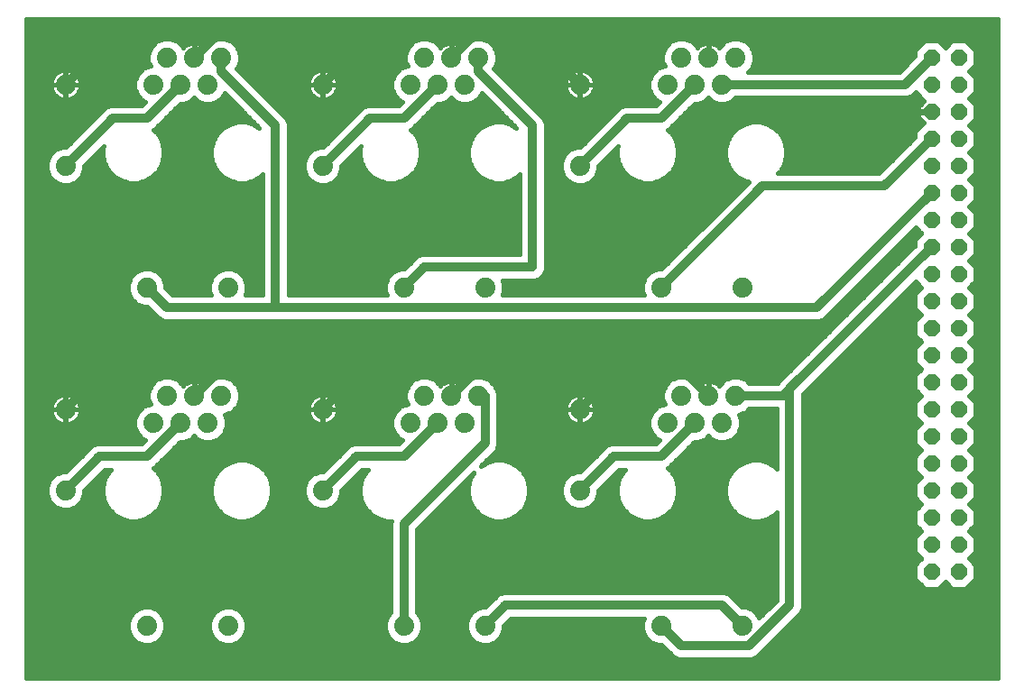
<source format=gbl>
G75*
%MOIN*%
%OFA0B0*%
%FSLAX24Y24*%
%IPPOS*%
%LPD*%
%AMOC8*
5,1,8,0,0,1.08239X$1,22.5*
%
%ADD10C,0.0740*%
%ADD11OC8,0.0600*%
%ADD12C,0.0320*%
%ADD13C,0.0160*%
D10*
X006470Y004600D03*
X009470Y004600D03*
X012970Y009600D03*
X016220Y012100D03*
X017220Y012100D03*
X018220Y012100D03*
X017720Y013100D03*
X016720Y013100D03*
X018720Y013100D03*
X022470Y012600D03*
X025720Y012100D03*
X026720Y012100D03*
X027720Y012100D03*
X027220Y013100D03*
X026220Y013100D03*
X028220Y013100D03*
X028470Y017100D03*
X025470Y017100D03*
X022470Y021600D03*
X022470Y024600D03*
X025720Y024600D03*
X026720Y024600D03*
X027720Y024600D03*
X027220Y025600D03*
X026220Y025600D03*
X028220Y025600D03*
X018720Y025600D03*
X017720Y025600D03*
X016720Y025600D03*
X016220Y024600D03*
X017220Y024600D03*
X018220Y024600D03*
X012970Y024600D03*
X012970Y021600D03*
X008720Y024600D03*
X007720Y024600D03*
X006720Y024600D03*
X007220Y025600D03*
X008220Y025600D03*
X009220Y025600D03*
X003470Y024600D03*
X003470Y021600D03*
X006470Y017100D03*
X009470Y017100D03*
X009220Y013100D03*
X008220Y013100D03*
X007220Y013100D03*
X006720Y012100D03*
X007720Y012100D03*
X008720Y012100D03*
X012970Y012600D03*
X015970Y017100D03*
X018970Y017100D03*
X022470Y009600D03*
X025470Y004600D03*
X028470Y004600D03*
X018970Y004600D03*
X015970Y004600D03*
X003470Y009600D03*
X003470Y012600D03*
D11*
X035470Y012600D03*
X035470Y011600D03*
X035470Y010600D03*
X035470Y009600D03*
X035470Y008600D03*
X036470Y008600D03*
X036470Y009600D03*
X036470Y010600D03*
X036470Y011600D03*
X036470Y012600D03*
X036470Y013600D03*
X035470Y013600D03*
X035470Y014600D03*
X035470Y015600D03*
X035470Y016600D03*
X035470Y017600D03*
X035470Y018600D03*
X035470Y019600D03*
X035470Y020600D03*
X036470Y020600D03*
X036470Y019600D03*
X036470Y018600D03*
X036470Y017600D03*
X036470Y016600D03*
X036470Y015600D03*
X036470Y014600D03*
X036470Y021600D03*
X035470Y021600D03*
X035470Y022600D03*
X035470Y023600D03*
X035470Y024600D03*
X035470Y025600D03*
X036470Y025600D03*
X036470Y024600D03*
X036470Y023600D03*
X036470Y022600D03*
X036470Y007600D03*
X035470Y007600D03*
X035470Y006600D03*
X036470Y006600D03*
D12*
X030220Y005350D02*
X030220Y013350D01*
X035470Y018600D01*
X035470Y020600D02*
X031220Y016350D01*
X011220Y016350D01*
X011220Y023100D01*
X009220Y025100D01*
X009220Y025600D01*
X008970Y026350D02*
X005220Y026350D01*
X003470Y024600D01*
X005220Y023350D02*
X003470Y021600D01*
X005220Y023350D02*
X006470Y023350D01*
X007720Y024600D01*
X008220Y025600D02*
X008970Y026350D01*
X014720Y026350D01*
X018470Y026350D01*
X017720Y025600D01*
X018720Y025600D02*
X018720Y025100D01*
X020720Y023100D01*
X020720Y017850D01*
X016720Y017850D01*
X015970Y017100D01*
X014220Y013850D02*
X018470Y013850D01*
X023720Y013850D01*
X026470Y013850D01*
X027220Y013100D01*
X028220Y013100D02*
X029970Y013100D01*
X030220Y013350D01*
X026720Y012100D02*
X025470Y010850D01*
X023720Y010850D01*
X022470Y009600D01*
X022470Y012600D02*
X023720Y013850D01*
X025470Y017100D02*
X029220Y020850D01*
X033720Y020850D01*
X035470Y022600D01*
X034470Y024600D02*
X027720Y024600D01*
X026720Y024600D02*
X025470Y023350D01*
X024220Y023350D01*
X022470Y021600D01*
X022470Y024600D02*
X020720Y026350D01*
X018470Y026350D01*
X017220Y024600D02*
X015970Y023350D01*
X014720Y023350D01*
X012970Y021600D01*
X012970Y024600D02*
X014720Y026350D01*
X006470Y017100D02*
X007220Y016350D01*
X011220Y016350D01*
X008970Y013850D02*
X014220Y013850D01*
X012970Y012600D01*
X014220Y010850D02*
X012970Y009600D01*
X014220Y010850D02*
X015970Y010850D01*
X017220Y012100D01*
X017720Y013100D02*
X018470Y013850D01*
X018720Y013100D02*
X018970Y013100D01*
X018970Y011350D01*
X015970Y008350D01*
X015970Y004600D01*
X018970Y004600D02*
X019720Y005350D01*
X027720Y005350D01*
X028470Y004600D01*
X028720Y003850D02*
X030220Y005350D01*
X028720Y003850D02*
X026220Y003850D01*
X025470Y004600D01*
X008970Y013850D02*
X004720Y013850D01*
X003470Y012600D01*
X004720Y010850D02*
X003470Y009600D01*
X004720Y010850D02*
X006470Y010850D01*
X007720Y012100D01*
X008220Y013100D02*
X008970Y013850D01*
X034470Y024600D02*
X035470Y025600D01*
D13*
X037910Y002660D02*
X002030Y002660D01*
X002030Y027040D01*
X037910Y027040D01*
X037910Y002660D01*
X037910Y002795D02*
X002030Y002795D01*
X002030Y002953D02*
X037910Y002953D01*
X037910Y003112D02*
X002030Y003112D01*
X002030Y003270D02*
X037910Y003270D01*
X037910Y003429D02*
X028957Y003429D01*
X028992Y003443D02*
X028816Y003370D01*
X026125Y003370D01*
X025948Y003443D01*
X025813Y003578D01*
X025481Y003910D01*
X025333Y003910D01*
X025079Y004015D01*
X024885Y004209D01*
X024780Y004463D01*
X024780Y004737D01*
X024835Y004870D01*
X019919Y004870D01*
X019660Y004611D01*
X019660Y004463D01*
X019555Y004209D01*
X019361Y004015D01*
X019107Y003910D01*
X018833Y003910D01*
X018579Y004015D01*
X018385Y004209D01*
X018280Y004463D01*
X018280Y004737D01*
X018385Y004991D01*
X018579Y005185D01*
X018833Y005290D01*
X018981Y005290D01*
X019448Y005757D01*
X019625Y005830D01*
X027816Y005830D01*
X027992Y005757D01*
X028127Y005622D01*
X028459Y005290D01*
X028607Y005290D01*
X028861Y005185D01*
X029055Y004991D01*
X029092Y004901D01*
X029740Y005549D01*
X029740Y008786D01*
X029658Y008704D01*
X029402Y008556D01*
X029118Y008480D01*
X028823Y008480D01*
X028538Y008556D01*
X028282Y008704D01*
X028074Y008912D01*
X027926Y009168D01*
X027850Y009453D01*
X027850Y009747D01*
X027926Y010032D01*
X028074Y010288D01*
X028282Y010496D01*
X028538Y010644D01*
X028823Y010720D01*
X029118Y010720D01*
X029402Y010644D01*
X029658Y010496D01*
X029740Y010414D01*
X029740Y012620D01*
X028716Y012620D01*
X028611Y012515D01*
X028357Y012410D01*
X028339Y012410D01*
X028410Y012237D01*
X028410Y011963D01*
X028305Y011709D01*
X028111Y011515D01*
X027857Y011410D01*
X027583Y011410D01*
X027329Y011515D01*
X027220Y011624D01*
X027111Y011515D01*
X026857Y011410D01*
X026709Y011410D01*
X025877Y010578D01*
X025742Y010443D01*
X025720Y010434D01*
X025866Y010288D01*
X026014Y010032D01*
X026090Y009747D01*
X026090Y009453D01*
X026014Y009168D01*
X025866Y008912D01*
X025658Y008704D01*
X025402Y008556D01*
X025118Y008480D01*
X024823Y008480D01*
X024538Y008556D01*
X024282Y008704D01*
X024074Y008912D01*
X023926Y009168D01*
X023850Y009453D01*
X023850Y009747D01*
X023926Y010032D01*
X024074Y010288D01*
X024156Y010370D01*
X023919Y010370D01*
X023160Y009611D01*
X023160Y009463D01*
X023055Y009209D01*
X022861Y009015D01*
X022607Y008910D01*
X022333Y008910D01*
X022079Y009015D01*
X021885Y009209D01*
X021780Y009463D01*
X021780Y009737D01*
X021885Y009991D01*
X022079Y010185D01*
X022333Y010290D01*
X022481Y010290D01*
X023448Y011257D01*
X023625Y011330D01*
X025271Y011330D01*
X025419Y011478D01*
X025329Y011515D01*
X025135Y011709D01*
X025030Y011963D01*
X025030Y012237D01*
X025135Y012491D01*
X025329Y012685D01*
X025583Y012790D01*
X025602Y012790D01*
X025530Y012963D01*
X025530Y013237D01*
X025635Y013491D01*
X025829Y013685D01*
X026083Y013790D01*
X026357Y013790D01*
X026611Y013685D01*
X026805Y013491D01*
X026813Y013471D01*
X026862Y013520D01*
X026932Y013570D01*
X027009Y013610D01*
X027091Y013636D01*
X027177Y013650D01*
X027200Y013650D01*
X027200Y013120D01*
X027240Y013120D01*
X027240Y013650D01*
X027263Y013650D01*
X027349Y013636D01*
X027431Y013610D01*
X027508Y013570D01*
X027578Y013520D01*
X027627Y013471D01*
X027635Y013491D01*
X027829Y013685D01*
X028083Y013790D01*
X028357Y013790D01*
X028611Y013685D01*
X028716Y013580D01*
X029771Y013580D01*
X029813Y013622D01*
X029948Y013757D01*
X029948Y013757D01*
X034850Y018659D01*
X034850Y018857D01*
X035093Y019100D01*
X034871Y019322D01*
X031627Y016078D01*
X031492Y015943D01*
X031316Y015870D01*
X007125Y015870D01*
X006948Y015943D01*
X006481Y016410D01*
X006333Y016410D01*
X006079Y016515D01*
X005885Y016709D01*
X005780Y016963D01*
X005780Y017237D01*
X005885Y017491D01*
X006079Y017685D01*
X006333Y017790D01*
X006607Y017790D01*
X006861Y017685D01*
X007055Y017491D01*
X007160Y017237D01*
X007160Y017089D01*
X007419Y016830D01*
X008835Y016830D01*
X008780Y016963D01*
X008780Y017237D01*
X008885Y017491D01*
X009079Y017685D01*
X009333Y017790D01*
X009607Y017790D01*
X009861Y017685D01*
X010055Y017491D01*
X010160Y017237D01*
X010160Y016963D01*
X010105Y016830D01*
X010740Y016830D01*
X010740Y021286D01*
X010658Y021204D01*
X010402Y021056D01*
X010118Y020980D01*
X009823Y020980D01*
X009538Y021056D01*
X009282Y021204D01*
X009074Y021412D01*
X008926Y021668D01*
X008850Y021953D01*
X008850Y022247D01*
X008926Y022532D01*
X009074Y022788D01*
X009282Y022996D01*
X009538Y023144D01*
X009823Y023220D01*
X010118Y023220D01*
X010402Y023144D01*
X010628Y023014D01*
X009342Y024299D01*
X009305Y024209D01*
X009111Y024015D01*
X008857Y023910D01*
X008583Y023910D01*
X008329Y024015D01*
X008220Y024124D01*
X008111Y024015D01*
X007857Y023910D01*
X007709Y023910D01*
X006877Y023078D01*
X006742Y022943D01*
X006720Y022934D01*
X006866Y022788D01*
X007014Y022532D01*
X007090Y022247D01*
X007090Y021953D01*
X007014Y021668D01*
X006866Y021412D01*
X006658Y021204D01*
X006402Y021056D01*
X006118Y020980D01*
X005823Y020980D01*
X005538Y021056D01*
X005282Y021204D01*
X005074Y021412D01*
X004926Y021668D01*
X004850Y021953D01*
X004850Y022247D01*
X004870Y022321D01*
X004160Y021611D01*
X004160Y021463D01*
X004055Y021209D01*
X003861Y021015D01*
X003607Y020910D01*
X003333Y020910D01*
X003079Y021015D01*
X002885Y021209D01*
X002780Y021463D01*
X002780Y021737D01*
X002885Y021991D01*
X003079Y022185D01*
X003333Y022290D01*
X003481Y022290D01*
X004948Y023757D01*
X005125Y023830D01*
X006271Y023830D01*
X006419Y023978D01*
X006329Y024015D01*
X006135Y024209D01*
X006030Y024463D01*
X006030Y024737D01*
X006135Y024991D01*
X006329Y025185D01*
X006583Y025290D01*
X006602Y025290D01*
X006530Y025463D01*
X006530Y025737D01*
X006635Y025991D01*
X006829Y026185D01*
X007083Y026290D01*
X007357Y026290D01*
X007611Y026185D01*
X007805Y025991D01*
X007813Y025971D01*
X007862Y026020D01*
X007932Y026070D01*
X008009Y026110D01*
X008091Y026136D01*
X008177Y026150D01*
X008200Y026150D01*
X008200Y025620D01*
X008240Y025620D01*
X008240Y026150D01*
X008263Y026150D01*
X008349Y026136D01*
X008431Y026110D01*
X008508Y026070D01*
X008578Y026020D01*
X008627Y025971D01*
X008635Y025991D01*
X008829Y026185D01*
X009083Y026290D01*
X009357Y026290D01*
X009611Y026185D01*
X009805Y025991D01*
X009910Y025737D01*
X009910Y025463D01*
X009805Y025209D01*
X009797Y025202D01*
X011492Y023507D01*
X011627Y023372D01*
X011700Y023195D01*
X011700Y016830D01*
X015335Y016830D01*
X015280Y016963D01*
X015280Y017237D01*
X015385Y017491D01*
X015579Y017685D01*
X015833Y017790D01*
X015981Y017790D01*
X016448Y018257D01*
X016625Y018330D01*
X020240Y018330D01*
X020240Y021286D01*
X020158Y021204D01*
X019902Y021056D01*
X019618Y020980D01*
X019323Y020980D01*
X019038Y021056D01*
X018782Y021204D01*
X018574Y021412D01*
X018426Y021668D01*
X018350Y021953D01*
X018350Y022247D01*
X018426Y022532D01*
X018574Y022788D01*
X018782Y022996D01*
X019038Y023144D01*
X019323Y023220D01*
X019618Y023220D01*
X019902Y023144D01*
X020128Y023014D01*
X018842Y024299D01*
X018805Y024209D01*
X018611Y024015D01*
X018357Y023910D01*
X018083Y023910D01*
X017829Y024015D01*
X017720Y024124D01*
X017611Y024015D01*
X017357Y023910D01*
X017209Y023910D01*
X016377Y023078D01*
X016242Y022943D01*
X016220Y022934D01*
X016366Y022788D01*
X016514Y022532D01*
X016590Y022247D01*
X016590Y021953D01*
X016514Y021668D01*
X016366Y021412D01*
X016158Y021204D01*
X015902Y021056D01*
X015618Y020980D01*
X015323Y020980D01*
X015038Y021056D01*
X014782Y021204D01*
X014574Y021412D01*
X014426Y021668D01*
X014350Y021953D01*
X014350Y022247D01*
X014370Y022321D01*
X013660Y021611D01*
X013660Y021463D01*
X013555Y021209D01*
X013361Y021015D01*
X013107Y020910D01*
X012833Y020910D01*
X012579Y021015D01*
X012385Y021209D01*
X012280Y021463D01*
X012280Y021737D01*
X012385Y021991D01*
X012579Y022185D01*
X012833Y022290D01*
X012981Y022290D01*
X014448Y023757D01*
X014625Y023830D01*
X015771Y023830D01*
X015919Y023978D01*
X015829Y024015D01*
X015635Y024209D01*
X015530Y024463D01*
X015530Y024737D01*
X015635Y024991D01*
X015829Y025185D01*
X016083Y025290D01*
X016102Y025290D01*
X016030Y025463D01*
X016030Y025737D01*
X016135Y025991D01*
X016329Y026185D01*
X016583Y026290D01*
X016857Y026290D01*
X017111Y026185D01*
X017305Y025991D01*
X017313Y025971D01*
X017362Y026020D01*
X017432Y026070D01*
X017509Y026110D01*
X017591Y026136D01*
X017677Y026150D01*
X017700Y026150D01*
X017700Y025620D01*
X017740Y025620D01*
X017740Y026150D01*
X017763Y026150D01*
X017849Y026136D01*
X017931Y026110D01*
X018008Y026070D01*
X018078Y026020D01*
X018127Y025971D01*
X018135Y025991D01*
X018329Y026185D01*
X018583Y026290D01*
X018857Y026290D01*
X019111Y026185D01*
X019305Y025991D01*
X019410Y025737D01*
X019410Y025463D01*
X019305Y025209D01*
X019297Y025202D01*
X020992Y023507D01*
X021127Y023372D01*
X021200Y023195D01*
X021200Y017755D01*
X021127Y017578D01*
X020992Y017443D01*
X020816Y017370D01*
X019605Y017370D01*
X019660Y017237D01*
X019660Y016963D01*
X019605Y016830D01*
X024835Y016830D01*
X024780Y016963D01*
X024780Y017237D01*
X024885Y017491D01*
X025079Y017685D01*
X025333Y017790D01*
X025481Y017790D01*
X028703Y021012D01*
X028538Y021056D01*
X028282Y021204D01*
X028074Y021412D01*
X027926Y021668D01*
X027850Y021953D01*
X027850Y022247D01*
X027926Y022532D01*
X028074Y022788D01*
X028282Y022996D01*
X028538Y023144D01*
X028823Y023220D01*
X029118Y023220D01*
X029402Y023144D01*
X029658Y022996D01*
X029866Y022788D01*
X030014Y022532D01*
X030090Y022247D01*
X030090Y021953D01*
X030014Y021668D01*
X029866Y021412D01*
X029784Y021330D01*
X033521Y021330D01*
X034850Y022659D01*
X034850Y022857D01*
X035192Y023199D01*
X034990Y023401D01*
X034990Y023580D01*
X035450Y023580D01*
X035450Y023620D01*
X034990Y023620D01*
X034990Y023799D01*
X035192Y024001D01*
X034871Y024322D01*
X034742Y024193D01*
X034566Y024120D01*
X028216Y024120D01*
X028111Y024015D01*
X027857Y023910D01*
X027583Y023910D01*
X027329Y024015D01*
X027220Y024124D01*
X027111Y024015D01*
X026857Y023910D01*
X026709Y023910D01*
X025877Y023078D01*
X025742Y022943D01*
X025720Y022934D01*
X025866Y022788D01*
X026014Y022532D01*
X026090Y022247D01*
X026090Y021953D01*
X026014Y021668D01*
X025866Y021412D01*
X025658Y021204D01*
X025402Y021056D01*
X025118Y020980D01*
X024823Y020980D01*
X024538Y021056D01*
X024282Y021204D01*
X024074Y021412D01*
X023926Y021668D01*
X023850Y021953D01*
X023850Y022247D01*
X023870Y022321D01*
X023160Y021611D01*
X023160Y021463D01*
X023055Y021209D01*
X022861Y021015D01*
X022607Y020910D01*
X022333Y020910D01*
X022079Y021015D01*
X021885Y021209D01*
X021780Y021463D01*
X021780Y021737D01*
X021885Y021991D01*
X022079Y022185D01*
X022333Y022290D01*
X022481Y022290D01*
X023948Y023757D01*
X024125Y023830D01*
X025271Y023830D01*
X025419Y023978D01*
X025329Y024015D01*
X025135Y024209D01*
X025030Y024463D01*
X025030Y024737D01*
X025135Y024991D01*
X025329Y025185D01*
X025583Y025290D01*
X025602Y025290D01*
X025530Y025463D01*
X025530Y025737D01*
X025635Y025991D01*
X025829Y026185D01*
X026083Y026290D01*
X026357Y026290D01*
X026611Y026185D01*
X026805Y025991D01*
X026813Y025971D01*
X026862Y026020D01*
X026932Y026070D01*
X027009Y026110D01*
X027091Y026136D01*
X027177Y026150D01*
X027200Y026150D01*
X027200Y025620D01*
X027240Y025620D01*
X027240Y026150D01*
X027263Y026150D01*
X027349Y026136D01*
X027431Y026110D01*
X027508Y026070D01*
X027578Y026020D01*
X027627Y025971D01*
X027635Y025991D01*
X027829Y026185D01*
X028083Y026290D01*
X028357Y026290D01*
X028611Y026185D01*
X028805Y025991D01*
X028910Y025737D01*
X028910Y025463D01*
X028805Y025209D01*
X028676Y025080D01*
X034271Y025080D01*
X034850Y025659D01*
X034850Y025857D01*
X035213Y026220D01*
X035727Y026220D01*
X035970Y025977D01*
X036213Y026220D01*
X036727Y026220D01*
X037090Y025857D01*
X037090Y025343D01*
X036847Y025100D01*
X037090Y024857D01*
X037090Y024343D01*
X036847Y024100D01*
X037090Y023857D01*
X037090Y023343D01*
X036847Y023100D01*
X037090Y022857D01*
X037090Y022343D01*
X036847Y022100D01*
X037090Y021857D01*
X037090Y021343D01*
X036847Y021100D01*
X037090Y020857D01*
X037090Y020343D01*
X036847Y020100D01*
X037090Y019857D01*
X037090Y019343D01*
X036847Y019100D01*
X037090Y018857D01*
X037090Y018343D01*
X036847Y018100D01*
X037090Y017857D01*
X037090Y017343D01*
X036847Y017100D01*
X037090Y016857D01*
X037090Y016343D01*
X036847Y016100D01*
X037090Y015857D01*
X037090Y015343D01*
X036847Y015100D01*
X037090Y014857D01*
X037090Y014343D01*
X036847Y014100D01*
X037090Y013857D01*
X037090Y013343D01*
X036847Y013100D01*
X037090Y012857D01*
X037090Y012343D01*
X036847Y012100D01*
X037090Y011857D01*
X037090Y011343D01*
X036847Y011100D01*
X037090Y010857D01*
X037090Y010343D01*
X036847Y010100D01*
X037090Y009857D01*
X037090Y009343D01*
X036847Y009100D01*
X037090Y008857D01*
X037090Y008343D01*
X036847Y008100D01*
X037090Y007857D01*
X037090Y007343D01*
X036847Y007100D01*
X037090Y006857D01*
X037090Y006343D01*
X036727Y005980D01*
X036213Y005980D01*
X035970Y006223D01*
X035727Y005980D01*
X035213Y005980D01*
X034850Y006343D01*
X034850Y006857D01*
X035093Y007100D01*
X034850Y007343D01*
X034850Y007857D01*
X035093Y008100D01*
X034850Y008343D01*
X034850Y008857D01*
X035093Y009100D01*
X034850Y009343D01*
X034850Y009857D01*
X035093Y010100D01*
X034850Y010343D01*
X034850Y010857D01*
X035093Y011100D01*
X034850Y011343D01*
X034850Y011857D01*
X035093Y012100D01*
X034850Y012343D01*
X034850Y012857D01*
X035093Y013100D01*
X034850Y013343D01*
X034850Y013857D01*
X035093Y014100D01*
X034850Y014343D01*
X034850Y014857D01*
X035093Y015100D01*
X034850Y015343D01*
X034850Y015857D01*
X035093Y016100D01*
X034850Y016343D01*
X034850Y016857D01*
X035093Y017100D01*
X034871Y017322D01*
X030700Y013151D01*
X030700Y005255D01*
X030627Y005078D01*
X030492Y004943D01*
X028992Y003443D01*
X029136Y003587D02*
X037910Y003587D01*
X037910Y003746D02*
X029294Y003746D01*
X029453Y003904D02*
X037910Y003904D01*
X037910Y004063D02*
X029611Y004063D01*
X029770Y004221D02*
X037910Y004221D01*
X037910Y004380D02*
X029928Y004380D01*
X030087Y004538D02*
X037910Y004538D01*
X037910Y004697D02*
X030245Y004697D01*
X030404Y004855D02*
X037910Y004855D01*
X037910Y005014D02*
X030562Y005014D01*
X030666Y005172D02*
X037910Y005172D01*
X037910Y005331D02*
X030700Y005331D01*
X030700Y005489D02*
X037910Y005489D01*
X037910Y005648D02*
X030700Y005648D01*
X030700Y005806D02*
X037910Y005806D01*
X037910Y005965D02*
X030700Y005965D01*
X030700Y006123D02*
X035070Y006123D01*
X034912Y006282D02*
X030700Y006282D01*
X030700Y006440D02*
X034850Y006440D01*
X034850Y006599D02*
X030700Y006599D01*
X030700Y006757D02*
X034850Y006757D01*
X034909Y006916D02*
X030700Y006916D01*
X030700Y007074D02*
X035067Y007074D01*
X034961Y007233D02*
X030700Y007233D01*
X030700Y007391D02*
X034850Y007391D01*
X034850Y007550D02*
X030700Y007550D01*
X030700Y007708D02*
X034850Y007708D01*
X034860Y007867D02*
X030700Y007867D01*
X030700Y008025D02*
X035018Y008025D01*
X035010Y008184D02*
X030700Y008184D01*
X030700Y008342D02*
X034851Y008342D01*
X034850Y008501D02*
X030700Y008501D01*
X030700Y008659D02*
X034850Y008659D01*
X034850Y008818D02*
X030700Y008818D01*
X030700Y008976D02*
X034969Y008976D01*
X035059Y009135D02*
X030700Y009135D01*
X030700Y009293D02*
X034900Y009293D01*
X034850Y009452D02*
X030700Y009452D01*
X030700Y009610D02*
X034850Y009610D01*
X034850Y009769D02*
X030700Y009769D01*
X030700Y009927D02*
X034920Y009927D01*
X035079Y010086D02*
X030700Y010086D01*
X030700Y010244D02*
X034949Y010244D01*
X034850Y010403D02*
X030700Y010403D01*
X030700Y010561D02*
X034850Y010561D01*
X034850Y010720D02*
X030700Y010720D01*
X030700Y010878D02*
X034871Y010878D01*
X035030Y011037D02*
X030700Y011037D01*
X030700Y011195D02*
X034998Y011195D01*
X034850Y011354D02*
X030700Y011354D01*
X030700Y011512D02*
X034850Y011512D01*
X034850Y011671D02*
X030700Y011671D01*
X030700Y011829D02*
X034850Y011829D01*
X034981Y011988D02*
X030700Y011988D01*
X030700Y012146D02*
X035047Y012146D01*
X034889Y012305D02*
X030700Y012305D01*
X030700Y012463D02*
X034850Y012463D01*
X034850Y012622D02*
X030700Y012622D01*
X030700Y012780D02*
X034850Y012780D01*
X034932Y012939D02*
X030700Y012939D01*
X030700Y013097D02*
X035090Y013097D01*
X034938Y013256D02*
X030804Y013256D01*
X030963Y013414D02*
X034850Y013414D01*
X034850Y013573D02*
X031121Y013573D01*
X031280Y013731D02*
X034850Y013731D01*
X034883Y013890D02*
X031438Y013890D01*
X031597Y014048D02*
X035041Y014048D01*
X034987Y014207D02*
X031755Y014207D01*
X031914Y014365D02*
X034850Y014365D01*
X034850Y014524D02*
X032072Y014524D01*
X032231Y014682D02*
X034850Y014682D01*
X034850Y014841D02*
X032389Y014841D01*
X032548Y014999D02*
X034992Y014999D01*
X035036Y015158D02*
X032706Y015158D01*
X032865Y015316D02*
X034877Y015316D01*
X034850Y015475D02*
X033023Y015475D01*
X033182Y015633D02*
X034850Y015633D01*
X034850Y015792D02*
X033340Y015792D01*
X033499Y015950D02*
X034943Y015950D01*
X035085Y016109D02*
X033657Y016109D01*
X033816Y016267D02*
X034926Y016267D01*
X034850Y016426D02*
X033974Y016426D01*
X034133Y016584D02*
X034850Y016584D01*
X034850Y016743D02*
X034291Y016743D01*
X034450Y016901D02*
X034894Y016901D01*
X035053Y017060D02*
X034608Y017060D01*
X034767Y017218D02*
X034975Y017218D01*
X034202Y018011D02*
X033559Y018011D01*
X033718Y018169D02*
X034360Y018169D01*
X034519Y018328D02*
X033876Y018328D01*
X034035Y018486D02*
X034677Y018486D01*
X034836Y018645D02*
X034193Y018645D01*
X034352Y018803D02*
X034850Y018803D01*
X034955Y018962D02*
X034510Y018962D01*
X034669Y019120D02*
X035073Y019120D01*
X034915Y019279D02*
X034827Y019279D01*
X034043Y017852D02*
X033401Y017852D01*
X033242Y017694D02*
X033885Y017694D01*
X033726Y017535D02*
X033084Y017535D01*
X032925Y017377D02*
X033568Y017377D01*
X033409Y017218D02*
X032767Y017218D01*
X032608Y017060D02*
X033251Y017060D01*
X033092Y016901D02*
X032450Y016901D01*
X032291Y016743D02*
X032934Y016743D01*
X032775Y016584D02*
X032133Y016584D01*
X031974Y016426D02*
X032617Y016426D01*
X032458Y016267D02*
X031816Y016267D01*
X031657Y016109D02*
X032300Y016109D01*
X032141Y015950D02*
X031499Y015950D01*
X031824Y015633D02*
X002030Y015633D01*
X002030Y015475D02*
X031666Y015475D01*
X031507Y015316D02*
X002030Y015316D01*
X002030Y015158D02*
X031349Y015158D01*
X031190Y014999D02*
X002030Y014999D01*
X002030Y014841D02*
X031032Y014841D01*
X030873Y014682D02*
X002030Y014682D01*
X002030Y014524D02*
X030715Y014524D01*
X030556Y014365D02*
X002030Y014365D01*
X002030Y014207D02*
X030398Y014207D01*
X030239Y014048D02*
X002030Y014048D01*
X002030Y013890D02*
X030081Y013890D01*
X029922Y013731D02*
X028500Y013731D01*
X027940Y013731D02*
X026500Y013731D01*
X026723Y013573D02*
X026936Y013573D01*
X027200Y013573D02*
X027240Y013573D01*
X027240Y013414D02*
X027200Y013414D01*
X027200Y013256D02*
X027240Y013256D01*
X027504Y013573D02*
X027717Y013573D01*
X028485Y012463D02*
X029740Y012463D01*
X029740Y012305D02*
X028382Y012305D01*
X028410Y012146D02*
X029740Y012146D01*
X029740Y011988D02*
X028410Y011988D01*
X028355Y011829D02*
X029740Y011829D01*
X029740Y011671D02*
X028266Y011671D01*
X028104Y011512D02*
X029740Y011512D01*
X029740Y011354D02*
X026652Y011354D01*
X026494Y011195D02*
X029740Y011195D01*
X029740Y011037D02*
X026335Y011037D01*
X026177Y010878D02*
X029740Y010878D01*
X029740Y010720D02*
X029119Y010720D01*
X028821Y010720D02*
X026018Y010720D01*
X025860Y010561D02*
X028395Y010561D01*
X028189Y010403D02*
X025751Y010403D01*
X025892Y010244D02*
X028049Y010244D01*
X027957Y010086D02*
X025983Y010086D01*
X026042Y009927D02*
X027898Y009927D01*
X027856Y009769D02*
X026084Y009769D01*
X026090Y009610D02*
X027850Y009610D01*
X027850Y009452D02*
X026090Y009452D01*
X026047Y009293D02*
X027893Y009293D01*
X027946Y009135D02*
X025995Y009135D01*
X025903Y008976D02*
X028037Y008976D01*
X028169Y008818D02*
X025772Y008818D01*
X025580Y008659D02*
X028360Y008659D01*
X028746Y008501D02*
X025194Y008501D01*
X024746Y008501D02*
X019694Y008501D01*
X019618Y008480D02*
X019323Y008480D01*
X019038Y008556D01*
X018782Y008704D01*
X018574Y008912D01*
X018426Y009168D01*
X018350Y009453D01*
X018350Y009747D01*
X018426Y010032D01*
X018556Y010258D01*
X016450Y008151D01*
X016450Y005096D01*
X016555Y004991D01*
X016660Y004737D01*
X016660Y004463D01*
X016555Y004209D01*
X016361Y004015D01*
X016107Y003910D01*
X015833Y003910D01*
X015579Y004015D01*
X015385Y004209D01*
X015280Y004463D01*
X015280Y004737D01*
X015385Y004991D01*
X015490Y005096D01*
X015490Y008445D01*
X015504Y008480D01*
X015323Y008480D01*
X015038Y008556D01*
X014782Y008704D01*
X014574Y008912D01*
X014426Y009168D01*
X014350Y009453D01*
X014350Y009747D01*
X014426Y010032D01*
X014574Y010288D01*
X014656Y010370D01*
X014419Y010370D01*
X013660Y009611D01*
X013660Y009463D01*
X013555Y009209D01*
X013361Y009015D01*
X013107Y008910D01*
X012833Y008910D01*
X012579Y009015D01*
X012385Y009209D01*
X012280Y009463D01*
X012280Y009737D01*
X012385Y009991D01*
X012579Y010185D01*
X012833Y010290D01*
X012981Y010290D01*
X013813Y011122D01*
X013948Y011257D01*
X014125Y011330D01*
X015771Y011330D01*
X015919Y011478D01*
X015829Y011515D01*
X015635Y011709D01*
X015530Y011963D01*
X015530Y012237D01*
X015635Y012491D01*
X015829Y012685D01*
X016083Y012790D01*
X016102Y012790D01*
X016030Y012963D01*
X016030Y013237D01*
X016135Y013491D01*
X016329Y013685D01*
X016583Y013790D01*
X016857Y013790D01*
X017111Y013685D01*
X017305Y013491D01*
X017313Y013471D01*
X017362Y013520D01*
X017432Y013570D01*
X017509Y013610D01*
X017591Y013636D01*
X017677Y013650D01*
X017700Y013650D01*
X017700Y013120D01*
X017740Y013120D01*
X017740Y013650D01*
X017763Y013650D01*
X017849Y013636D01*
X017931Y013610D01*
X018008Y013570D01*
X018078Y013520D01*
X018127Y013471D01*
X018135Y013491D01*
X018329Y013685D01*
X018583Y013790D01*
X018857Y013790D01*
X019111Y013685D01*
X019305Y013491D01*
X019338Y013411D01*
X019377Y013372D01*
X019450Y013195D01*
X019450Y011255D01*
X019377Y011078D01*
X019242Y010943D01*
X018813Y010514D01*
X019038Y010644D01*
X019323Y010720D01*
X019618Y010720D01*
X019902Y010644D01*
X020158Y010496D01*
X020366Y010288D01*
X020514Y010032D01*
X020590Y009747D01*
X020590Y009453D01*
X020514Y009168D01*
X020366Y008912D01*
X020158Y008704D01*
X019902Y008556D01*
X019618Y008480D01*
X019246Y008501D02*
X016799Y008501D01*
X016958Y008659D02*
X018860Y008659D01*
X018669Y008818D02*
X017116Y008818D01*
X017275Y008976D02*
X018537Y008976D01*
X018446Y009135D02*
X017433Y009135D01*
X017592Y009293D02*
X018393Y009293D01*
X018350Y009452D02*
X017750Y009452D01*
X017909Y009610D02*
X018350Y009610D01*
X018356Y009769D02*
X018067Y009769D01*
X018226Y009927D02*
X018398Y009927D01*
X018384Y010086D02*
X018457Y010086D01*
X018543Y010244D02*
X018549Y010244D01*
X018860Y010561D02*
X018895Y010561D01*
X019018Y010720D02*
X019321Y010720D01*
X019177Y010878D02*
X023069Y010878D01*
X022911Y010720D02*
X019619Y010720D01*
X019335Y011037D02*
X023228Y011037D01*
X023386Y011195D02*
X019425Y011195D01*
X019450Y011354D02*
X025295Y011354D01*
X025337Y011512D02*
X019450Y011512D01*
X019450Y011671D02*
X025174Y011671D01*
X025085Y011829D02*
X019450Y011829D01*
X019450Y011988D02*
X025030Y011988D01*
X025030Y012146D02*
X022781Y012146D01*
X022758Y012130D02*
X022681Y012090D01*
X022599Y012064D01*
X022513Y012050D01*
X022479Y012050D01*
X022479Y012591D01*
X022461Y012591D01*
X022461Y012609D01*
X022479Y012609D01*
X022479Y013150D01*
X022513Y013150D01*
X022599Y013136D01*
X022681Y013110D01*
X022758Y013070D01*
X022828Y013020D01*
X022890Y012958D01*
X022940Y012888D01*
X022980Y012811D01*
X023007Y012729D01*
X023020Y012643D01*
X023020Y012609D01*
X022479Y012609D01*
X022479Y012591D01*
X023020Y012591D01*
X023020Y012557D01*
X023007Y012471D01*
X022980Y012389D01*
X022940Y012312D01*
X022890Y012242D01*
X022828Y012180D01*
X022758Y012130D01*
X022935Y012305D02*
X025058Y012305D01*
X025124Y012463D02*
X023004Y012463D01*
X023020Y012622D02*
X025266Y012622D01*
X025559Y012780D02*
X022990Y012780D01*
X022904Y012939D02*
X025540Y012939D01*
X025530Y013097D02*
X022706Y013097D01*
X022479Y013097D02*
X022461Y013097D01*
X022461Y013150D02*
X022461Y012609D01*
X021920Y012609D01*
X021920Y012643D01*
X021934Y012729D01*
X021960Y012811D01*
X022000Y012888D01*
X022051Y012958D01*
X022112Y013020D01*
X022182Y013070D01*
X022259Y013110D01*
X022341Y013136D01*
X022427Y013150D01*
X022461Y013150D01*
X022479Y012939D02*
X022461Y012939D01*
X022461Y012780D02*
X022479Y012780D01*
X022479Y012622D02*
X022461Y012622D01*
X022461Y012591D02*
X021920Y012591D01*
X021920Y012557D01*
X021934Y012471D01*
X021960Y012389D01*
X022000Y012312D01*
X022051Y012242D01*
X022112Y012180D01*
X022182Y012130D01*
X022259Y012090D01*
X022341Y012064D01*
X022427Y012050D01*
X022461Y012050D01*
X022461Y012591D01*
X022461Y012463D02*
X022479Y012463D01*
X022479Y012305D02*
X022461Y012305D01*
X022461Y012146D02*
X022479Y012146D01*
X022159Y012146D02*
X019450Y012146D01*
X019450Y012305D02*
X022005Y012305D01*
X021936Y012463D02*
X019450Y012463D01*
X019450Y012622D02*
X021920Y012622D01*
X021950Y012780D02*
X019450Y012780D01*
X019450Y012939D02*
X022036Y012939D01*
X022234Y013097D02*
X019450Y013097D01*
X019425Y013256D02*
X025538Y013256D01*
X025603Y013414D02*
X019337Y013414D01*
X019223Y013573D02*
X025717Y013573D01*
X025940Y013731D02*
X019000Y013731D01*
X018440Y013731D02*
X017000Y013731D01*
X017223Y013573D02*
X017436Y013573D01*
X017700Y013573D02*
X017740Y013573D01*
X017740Y013414D02*
X017700Y013414D01*
X017700Y013256D02*
X017740Y013256D01*
X018004Y013573D02*
X018217Y013573D01*
X016440Y013731D02*
X009500Y013731D01*
X009611Y013685D02*
X009805Y013491D01*
X009910Y013237D01*
X009910Y012963D01*
X009805Y012709D01*
X009611Y012515D01*
X009357Y012410D01*
X009339Y012410D01*
X009410Y012237D01*
X009410Y011963D01*
X009305Y011709D01*
X009111Y011515D01*
X008857Y011410D01*
X008583Y011410D01*
X008329Y011515D01*
X008220Y011624D01*
X008111Y011515D01*
X007857Y011410D01*
X007709Y011410D01*
X006877Y010578D01*
X006742Y010443D01*
X006720Y010434D01*
X006866Y010288D01*
X007014Y010032D01*
X007090Y009747D01*
X007090Y009453D01*
X007014Y009168D01*
X006866Y008912D01*
X006658Y008704D01*
X006402Y008556D01*
X006118Y008480D01*
X005823Y008480D01*
X005538Y008556D01*
X005282Y008704D01*
X005074Y008912D01*
X004926Y009168D01*
X004850Y009453D01*
X004850Y009747D01*
X004926Y010032D01*
X005074Y010288D01*
X005156Y010370D01*
X004919Y010370D01*
X004160Y009611D01*
X004160Y009463D01*
X004055Y009209D01*
X003861Y009015D01*
X003607Y008910D01*
X003333Y008910D01*
X003079Y009015D01*
X002885Y009209D01*
X002780Y009463D01*
X002780Y009737D01*
X002885Y009991D01*
X003079Y010185D01*
X003333Y010290D01*
X003481Y010290D01*
X004448Y011257D01*
X004625Y011330D01*
X006271Y011330D01*
X006419Y011478D01*
X006329Y011515D01*
X006135Y011709D01*
X006030Y011963D01*
X006030Y012237D01*
X006135Y012491D01*
X006329Y012685D01*
X006583Y012790D01*
X006602Y012790D01*
X006530Y012963D01*
X006530Y013237D01*
X006635Y013491D01*
X006829Y013685D01*
X007083Y013790D01*
X007357Y013790D01*
X007611Y013685D01*
X007805Y013491D01*
X007813Y013471D01*
X007862Y013520D01*
X007932Y013570D01*
X008009Y013610D01*
X008091Y013636D01*
X008177Y013650D01*
X008200Y013650D01*
X008200Y013120D01*
X008240Y013120D01*
X008240Y013650D01*
X008263Y013650D01*
X008349Y013636D01*
X008431Y013610D01*
X008508Y013570D01*
X008578Y013520D01*
X008627Y013471D01*
X008635Y013491D01*
X008829Y013685D01*
X009083Y013790D01*
X009357Y013790D01*
X009611Y013685D01*
X009723Y013573D02*
X016217Y013573D01*
X016103Y013414D02*
X009837Y013414D01*
X009903Y013256D02*
X016038Y013256D01*
X016030Y013097D02*
X013206Y013097D01*
X013181Y013110D02*
X013258Y013070D01*
X013328Y013020D01*
X013390Y012958D01*
X013440Y012888D01*
X013480Y012811D01*
X013507Y012729D01*
X013520Y012643D01*
X013520Y012609D01*
X012979Y012609D01*
X012979Y013150D01*
X013013Y013150D01*
X013099Y013136D01*
X013181Y013110D01*
X012979Y013097D02*
X012961Y013097D01*
X012961Y013150D02*
X012961Y012609D01*
X012979Y012609D01*
X012979Y012591D01*
X012961Y012591D01*
X012961Y012609D01*
X012420Y012609D01*
X012420Y012643D01*
X012434Y012729D01*
X012460Y012811D01*
X012500Y012888D01*
X012551Y012958D01*
X012612Y013020D01*
X012682Y013070D01*
X012759Y013110D01*
X012841Y013136D01*
X012927Y013150D01*
X012961Y013150D01*
X012979Y012939D02*
X012961Y012939D01*
X012961Y012780D02*
X012979Y012780D01*
X012979Y012622D02*
X012961Y012622D01*
X012961Y012591D02*
X012420Y012591D01*
X012420Y012557D01*
X012434Y012471D01*
X012460Y012389D01*
X012500Y012312D01*
X012551Y012242D01*
X012612Y012180D01*
X012682Y012130D01*
X012759Y012090D01*
X012841Y012064D01*
X012927Y012050D01*
X012961Y012050D01*
X012961Y012591D01*
X012979Y012591D02*
X012979Y012050D01*
X013013Y012050D01*
X013099Y012064D01*
X013181Y012090D01*
X013258Y012130D01*
X013328Y012180D01*
X013390Y012242D01*
X013440Y012312D01*
X013480Y012389D01*
X013507Y012471D01*
X013520Y012557D01*
X013520Y012591D01*
X012979Y012591D01*
X012979Y012463D02*
X012961Y012463D01*
X012961Y012305D02*
X012979Y012305D01*
X012979Y012146D02*
X012961Y012146D01*
X012659Y012146D02*
X009410Y012146D01*
X009410Y011988D02*
X015530Y011988D01*
X015530Y012146D02*
X013281Y012146D01*
X013435Y012305D02*
X015558Y012305D01*
X015624Y012463D02*
X013504Y012463D01*
X013520Y012622D02*
X015766Y012622D01*
X016059Y012780D02*
X013490Y012780D01*
X013404Y012939D02*
X016040Y012939D01*
X015585Y011829D02*
X009355Y011829D01*
X009266Y011671D02*
X015674Y011671D01*
X015837Y011512D02*
X009104Y011512D01*
X008337Y011512D02*
X008104Y011512D01*
X007652Y011354D02*
X015795Y011354D01*
X014549Y010244D02*
X014293Y010244D01*
X014134Y010086D02*
X014457Y010086D01*
X014398Y009927D02*
X013976Y009927D01*
X013817Y009769D02*
X014356Y009769D01*
X014350Y009610D02*
X013660Y009610D01*
X013655Y009452D02*
X014350Y009452D01*
X014393Y009293D02*
X013590Y009293D01*
X013480Y009135D02*
X014446Y009135D01*
X014537Y008976D02*
X013267Y008976D01*
X012673Y008976D02*
X010903Y008976D01*
X010866Y008912D02*
X010658Y008704D01*
X010402Y008556D01*
X010118Y008480D01*
X009823Y008480D01*
X009538Y008556D01*
X009282Y008704D01*
X009074Y008912D01*
X008926Y009168D01*
X008850Y009453D01*
X008850Y009747D01*
X008926Y010032D01*
X009074Y010288D01*
X009282Y010496D01*
X009538Y010644D01*
X009823Y010720D01*
X010118Y010720D01*
X010402Y010644D01*
X010658Y010496D01*
X010866Y010288D01*
X011014Y010032D01*
X011090Y009747D01*
X011090Y009453D01*
X011014Y009168D01*
X010866Y008912D01*
X010772Y008818D02*
X014669Y008818D01*
X014860Y008659D02*
X010580Y008659D01*
X010194Y008501D02*
X015246Y008501D01*
X015490Y008342D02*
X002030Y008342D01*
X002030Y008184D02*
X015490Y008184D01*
X015490Y008025D02*
X002030Y008025D01*
X002030Y007867D02*
X015490Y007867D01*
X015490Y007708D02*
X002030Y007708D01*
X002030Y007550D02*
X015490Y007550D01*
X015490Y007391D02*
X002030Y007391D01*
X002030Y007233D02*
X015490Y007233D01*
X015490Y007074D02*
X002030Y007074D01*
X002030Y006916D02*
X015490Y006916D01*
X015490Y006757D02*
X002030Y006757D01*
X002030Y006599D02*
X015490Y006599D01*
X015490Y006440D02*
X002030Y006440D01*
X002030Y006282D02*
X015490Y006282D01*
X015490Y006123D02*
X002030Y006123D01*
X002030Y005965D02*
X015490Y005965D01*
X015490Y005806D02*
X002030Y005806D01*
X002030Y005648D02*
X015490Y005648D01*
X015490Y005489D02*
X002030Y005489D01*
X002030Y005331D02*
X015490Y005331D01*
X015490Y005172D02*
X009874Y005172D01*
X009861Y005185D02*
X010055Y004991D01*
X010160Y004737D01*
X010160Y004463D01*
X010055Y004209D01*
X009861Y004015D01*
X009607Y003910D01*
X009333Y003910D01*
X009079Y004015D01*
X008885Y004209D01*
X008780Y004463D01*
X008780Y004737D01*
X008885Y004991D01*
X009079Y005185D01*
X009333Y005290D01*
X009607Y005290D01*
X009861Y005185D01*
X010032Y005014D02*
X015408Y005014D01*
X015329Y004855D02*
X010111Y004855D01*
X010160Y004697D02*
X015280Y004697D01*
X015280Y004538D02*
X010160Y004538D01*
X010126Y004380D02*
X015315Y004380D01*
X015380Y004221D02*
X010060Y004221D01*
X009908Y004063D02*
X015532Y004063D01*
X016408Y004063D02*
X018532Y004063D01*
X018380Y004221D02*
X016560Y004221D01*
X016626Y004380D02*
X018315Y004380D01*
X018280Y004538D02*
X016660Y004538D01*
X016660Y004697D02*
X018280Y004697D01*
X018329Y004855D02*
X016611Y004855D01*
X016532Y005014D02*
X018408Y005014D01*
X018566Y005172D02*
X016450Y005172D01*
X016450Y005331D02*
X019022Y005331D01*
X019180Y005489D02*
X016450Y005489D01*
X016450Y005648D02*
X019339Y005648D01*
X019567Y005806D02*
X016450Y005806D01*
X016450Y005965D02*
X029740Y005965D01*
X029740Y006123D02*
X016450Y006123D01*
X016450Y006282D02*
X029740Y006282D01*
X029740Y006440D02*
X016450Y006440D01*
X016450Y006599D02*
X029740Y006599D01*
X029740Y006757D02*
X016450Y006757D01*
X016450Y006916D02*
X029740Y006916D01*
X029740Y007074D02*
X016450Y007074D01*
X016450Y007233D02*
X029740Y007233D01*
X029740Y007391D02*
X016450Y007391D01*
X016450Y007550D02*
X029740Y007550D01*
X029740Y007708D02*
X016450Y007708D01*
X016450Y007867D02*
X029740Y007867D01*
X029740Y008025D02*
X016450Y008025D01*
X016482Y008184D02*
X029740Y008184D01*
X029740Y008342D02*
X016641Y008342D01*
X020080Y008659D02*
X024360Y008659D01*
X024169Y008818D02*
X020272Y008818D01*
X020403Y008976D02*
X022173Y008976D01*
X021960Y009135D02*
X020495Y009135D01*
X020547Y009293D02*
X021850Y009293D01*
X021785Y009452D02*
X020590Y009452D01*
X020590Y009610D02*
X021780Y009610D01*
X021793Y009769D02*
X020584Y009769D01*
X020542Y009927D02*
X021859Y009927D01*
X021980Y010086D02*
X020483Y010086D01*
X020392Y010244D02*
X022222Y010244D01*
X022594Y010403D02*
X020251Y010403D01*
X020046Y010561D02*
X022752Y010561D01*
X023476Y009927D02*
X023898Y009927D01*
X023856Y009769D02*
X023317Y009769D01*
X023160Y009610D02*
X023850Y009610D01*
X023850Y009452D02*
X023155Y009452D01*
X023090Y009293D02*
X023893Y009293D01*
X023946Y009135D02*
X022980Y009135D01*
X022767Y008976D02*
X024037Y008976D01*
X023957Y010086D02*
X023634Y010086D01*
X023793Y010244D02*
X024049Y010244D01*
X027104Y011512D02*
X027337Y011512D01*
X029546Y010561D02*
X029740Y010561D01*
X029740Y008659D02*
X029580Y008659D01*
X029740Y008501D02*
X029194Y008501D01*
X029740Y005806D02*
X027873Y005806D01*
X028101Y005648D02*
X029740Y005648D01*
X029680Y005489D02*
X028260Y005489D01*
X028418Y005331D02*
X029522Y005331D01*
X029363Y005172D02*
X028874Y005172D01*
X029032Y005014D02*
X029205Y005014D01*
X025983Y003429D02*
X002030Y003429D01*
X002030Y003587D02*
X025804Y003587D01*
X025646Y003746D02*
X002030Y003746D01*
X002030Y003904D02*
X025487Y003904D01*
X025032Y004063D02*
X019408Y004063D01*
X019560Y004221D02*
X024880Y004221D01*
X024815Y004380D02*
X019626Y004380D01*
X019660Y004538D02*
X024780Y004538D01*
X024780Y004697D02*
X019745Y004697D01*
X019904Y004855D02*
X024829Y004855D01*
X029813Y013622D02*
X029813Y013622D01*
X031983Y015792D02*
X002030Y015792D01*
X002030Y015950D02*
X006941Y015950D01*
X006783Y016109D02*
X002030Y016109D01*
X002030Y016267D02*
X006624Y016267D01*
X006295Y016426D02*
X002030Y016426D01*
X002030Y016584D02*
X006010Y016584D01*
X005871Y016743D02*
X002030Y016743D01*
X002030Y016901D02*
X005806Y016901D01*
X005780Y017060D02*
X002030Y017060D01*
X002030Y017218D02*
X005780Y017218D01*
X005838Y017377D02*
X002030Y017377D01*
X002030Y017535D02*
X005929Y017535D01*
X006100Y017694D02*
X002030Y017694D01*
X002030Y017852D02*
X010740Y017852D01*
X010740Y017694D02*
X009840Y017694D01*
X010011Y017535D02*
X010740Y017535D01*
X010740Y017377D02*
X010102Y017377D01*
X010160Y017218D02*
X010740Y017218D01*
X010740Y017060D02*
X010160Y017060D01*
X010135Y016901D02*
X010740Y016901D01*
X011700Y016901D02*
X015306Y016901D01*
X015280Y017060D02*
X011700Y017060D01*
X011700Y017218D02*
X015280Y017218D01*
X015338Y017377D02*
X011700Y017377D01*
X011700Y017535D02*
X015429Y017535D01*
X015600Y017694D02*
X011700Y017694D01*
X011700Y017852D02*
X016043Y017852D01*
X016202Y018011D02*
X011700Y018011D01*
X011700Y018169D02*
X016360Y018169D01*
X016619Y018328D02*
X011700Y018328D01*
X011700Y018486D02*
X020240Y018486D01*
X020240Y018645D02*
X011700Y018645D01*
X011700Y018803D02*
X020240Y018803D01*
X020240Y018962D02*
X011700Y018962D01*
X011700Y019120D02*
X020240Y019120D01*
X020240Y019279D02*
X011700Y019279D01*
X011700Y019437D02*
X020240Y019437D01*
X020240Y019596D02*
X011700Y019596D01*
X011700Y019754D02*
X020240Y019754D01*
X020240Y019913D02*
X011700Y019913D01*
X011700Y020071D02*
X020240Y020071D01*
X020240Y020230D02*
X011700Y020230D01*
X011700Y020388D02*
X020240Y020388D01*
X020240Y020547D02*
X011700Y020547D01*
X011700Y020705D02*
X020240Y020705D01*
X020240Y020864D02*
X011700Y020864D01*
X011700Y021022D02*
X012572Y021022D01*
X012414Y021181D02*
X011700Y021181D01*
X011700Y021339D02*
X012331Y021339D01*
X012280Y021498D02*
X011700Y021498D01*
X011700Y021656D02*
X012280Y021656D01*
X012312Y021815D02*
X011700Y021815D01*
X011700Y021973D02*
X012378Y021973D01*
X012526Y022132D02*
X011700Y022132D01*
X011700Y022290D02*
X012981Y022290D01*
X013140Y022449D02*
X011700Y022449D01*
X011700Y022607D02*
X013298Y022607D01*
X013457Y022766D02*
X011700Y022766D01*
X011700Y022924D02*
X013615Y022924D01*
X013774Y023083D02*
X011700Y023083D01*
X011681Y023241D02*
X013932Y023241D01*
X014091Y023400D02*
X011599Y023400D01*
X011492Y023507D02*
X011492Y023507D01*
X011441Y023558D02*
X014249Y023558D01*
X014408Y023717D02*
X011282Y023717D01*
X011124Y023875D02*
X015816Y023875D01*
X015811Y024034D02*
X010965Y024034D01*
X010807Y024192D02*
X012600Y024192D01*
X012612Y024180D02*
X012551Y024242D01*
X012500Y024312D01*
X012460Y024389D01*
X012434Y024471D01*
X012420Y024557D01*
X012420Y024591D01*
X012961Y024591D01*
X012961Y024609D01*
X012979Y024609D01*
X012979Y025150D01*
X013013Y025150D01*
X013099Y025136D01*
X013181Y025110D01*
X013258Y025070D01*
X013328Y025020D01*
X013390Y024958D01*
X013440Y024888D01*
X013480Y024811D01*
X013507Y024729D01*
X013520Y024643D01*
X013520Y024609D01*
X012979Y024609D01*
X012979Y024591D01*
X012961Y024591D01*
X012961Y024050D01*
X012927Y024050D01*
X012841Y024064D01*
X012759Y024090D01*
X012682Y024130D01*
X012612Y024180D01*
X012480Y024351D02*
X010648Y024351D01*
X010490Y024509D02*
X012428Y024509D01*
X012420Y024609D02*
X012420Y024643D01*
X012434Y024729D01*
X012460Y024811D01*
X012500Y024888D01*
X012551Y024958D01*
X012612Y025020D01*
X012682Y025070D01*
X012759Y025110D01*
X012841Y025136D01*
X012927Y025150D01*
X012961Y025150D01*
X012961Y024609D01*
X012420Y024609D01*
X012424Y024668D02*
X010331Y024668D01*
X010173Y024826D02*
X012468Y024826D01*
X012577Y024985D02*
X010014Y024985D01*
X009856Y025143D02*
X012883Y025143D01*
X012961Y025143D02*
X012979Y025143D01*
X013057Y025143D02*
X015787Y025143D01*
X015633Y024985D02*
X013363Y024985D01*
X013472Y024826D02*
X015567Y024826D01*
X015530Y024668D02*
X013516Y024668D01*
X013520Y024591D02*
X013520Y024557D01*
X013507Y024471D01*
X013480Y024389D01*
X013440Y024312D01*
X013390Y024242D01*
X013328Y024180D01*
X013258Y024130D01*
X013181Y024090D01*
X013099Y024064D01*
X013013Y024050D01*
X012979Y024050D01*
X012979Y024591D01*
X013520Y024591D01*
X013513Y024509D02*
X015530Y024509D01*
X015577Y024351D02*
X013460Y024351D01*
X013340Y024192D02*
X015652Y024192D01*
X016097Y025302D02*
X009843Y025302D01*
X009909Y025460D02*
X016031Y025460D01*
X016030Y025619D02*
X009910Y025619D01*
X009894Y025777D02*
X016047Y025777D01*
X016112Y025936D02*
X009828Y025936D01*
X009702Y026094D02*
X016238Y026094D01*
X016492Y026253D02*
X009448Y026253D01*
X008992Y026253D02*
X007448Y026253D01*
X007702Y026094D02*
X007978Y026094D01*
X008200Y026094D02*
X008240Y026094D01*
X008240Y025936D02*
X008200Y025936D01*
X008200Y025777D02*
X008240Y025777D01*
X008462Y026094D02*
X008738Y026094D01*
X006992Y026253D02*
X002030Y026253D01*
X002030Y026411D02*
X037910Y026411D01*
X037910Y026253D02*
X028448Y026253D01*
X028702Y026094D02*
X035087Y026094D01*
X034929Y025936D02*
X028828Y025936D01*
X028894Y025777D02*
X034850Y025777D01*
X034810Y025619D02*
X028910Y025619D01*
X028909Y025460D02*
X034651Y025460D01*
X034493Y025302D02*
X028843Y025302D01*
X028739Y025143D02*
X034334Y025143D01*
X034739Y024192D02*
X035001Y024192D01*
X035160Y024034D02*
X028129Y024034D01*
X027311Y024034D02*
X027129Y024034D01*
X026674Y023875D02*
X035066Y023875D01*
X034990Y023717D02*
X026515Y023717D01*
X026357Y023558D02*
X034990Y023558D01*
X034992Y023400D02*
X026198Y023400D01*
X026040Y023241D02*
X035150Y023241D01*
X035076Y023083D02*
X029508Y023083D01*
X029730Y022924D02*
X034917Y022924D01*
X034850Y022766D02*
X029879Y022766D01*
X029971Y022607D02*
X034798Y022607D01*
X034640Y022449D02*
X030036Y022449D01*
X030079Y022290D02*
X034481Y022290D01*
X034323Y022132D02*
X030090Y022132D01*
X030090Y021973D02*
X034164Y021973D01*
X034006Y021815D02*
X030053Y021815D01*
X030007Y021656D02*
X033847Y021656D01*
X033689Y021498D02*
X029916Y021498D01*
X029793Y021339D02*
X033530Y021339D01*
X036927Y021181D02*
X037910Y021181D01*
X037910Y021339D02*
X037086Y021339D01*
X037090Y021498D02*
X037910Y021498D01*
X037910Y021656D02*
X037090Y021656D01*
X037090Y021815D02*
X037910Y021815D01*
X037910Y021973D02*
X036974Y021973D01*
X036878Y022132D02*
X037910Y022132D01*
X037910Y022290D02*
X037037Y022290D01*
X037090Y022449D02*
X037910Y022449D01*
X037910Y022607D02*
X037090Y022607D01*
X037090Y022766D02*
X037910Y022766D01*
X037910Y022924D02*
X037023Y022924D01*
X036864Y023083D02*
X037910Y023083D01*
X037910Y023241D02*
X036988Y023241D01*
X037090Y023400D02*
X037910Y023400D01*
X037910Y023558D02*
X037090Y023558D01*
X037090Y023717D02*
X037910Y023717D01*
X037910Y023875D02*
X037072Y023875D01*
X036913Y024034D02*
X037910Y024034D01*
X037910Y024192D02*
X036939Y024192D01*
X037090Y024351D02*
X037910Y024351D01*
X037910Y024509D02*
X037090Y024509D01*
X037090Y024668D02*
X037910Y024668D01*
X037910Y024826D02*
X037090Y024826D01*
X036962Y024985D02*
X037910Y024985D01*
X037910Y025143D02*
X036890Y025143D01*
X037048Y025302D02*
X037910Y025302D01*
X037910Y025460D02*
X037090Y025460D01*
X037090Y025619D02*
X037910Y025619D01*
X037910Y025777D02*
X037090Y025777D01*
X037011Y025936D02*
X037910Y025936D01*
X037910Y026094D02*
X036853Y026094D01*
X036087Y026094D02*
X035853Y026094D01*
X037910Y026570D02*
X002030Y026570D01*
X002030Y026728D02*
X037910Y026728D01*
X037910Y026887D02*
X002030Y026887D01*
X002030Y026094D02*
X006738Y026094D01*
X006612Y025936D02*
X002030Y025936D01*
X002030Y025777D02*
X006547Y025777D01*
X006530Y025619D02*
X002030Y025619D01*
X002030Y025460D02*
X006531Y025460D01*
X006597Y025302D02*
X002030Y025302D01*
X002030Y025143D02*
X003383Y025143D01*
X003341Y025136D02*
X003427Y025150D01*
X003461Y025150D01*
X003461Y024609D01*
X003479Y024609D01*
X003479Y025150D01*
X003513Y025150D01*
X003599Y025136D01*
X003681Y025110D01*
X003758Y025070D01*
X003828Y025020D01*
X003890Y024958D01*
X003940Y024888D01*
X003980Y024811D01*
X004007Y024729D01*
X004020Y024643D01*
X004020Y024609D01*
X003479Y024609D01*
X003479Y024591D01*
X003461Y024591D01*
X003461Y024609D01*
X002920Y024609D01*
X002920Y024643D01*
X002934Y024729D01*
X002960Y024811D01*
X003000Y024888D01*
X003051Y024958D01*
X003112Y025020D01*
X003182Y025070D01*
X003259Y025110D01*
X003341Y025136D01*
X003461Y025143D02*
X003479Y025143D01*
X003557Y025143D02*
X006287Y025143D01*
X006133Y024985D02*
X003863Y024985D01*
X003972Y024826D02*
X006067Y024826D01*
X006030Y024668D02*
X004016Y024668D01*
X004020Y024591D02*
X004020Y024557D01*
X004007Y024471D01*
X003980Y024389D01*
X003940Y024312D01*
X003890Y024242D01*
X003828Y024180D01*
X003758Y024130D01*
X003681Y024090D01*
X003599Y024064D01*
X003513Y024050D01*
X003479Y024050D01*
X003479Y024591D01*
X004020Y024591D01*
X004013Y024509D02*
X006030Y024509D01*
X006077Y024351D02*
X003960Y024351D01*
X003840Y024192D02*
X006152Y024192D01*
X006311Y024034D02*
X002030Y024034D01*
X002030Y024192D02*
X003100Y024192D01*
X003112Y024180D02*
X003051Y024242D01*
X003000Y024312D01*
X002960Y024389D01*
X002934Y024471D01*
X002920Y024557D01*
X002920Y024591D01*
X003461Y024591D01*
X003461Y024050D01*
X003427Y024050D01*
X003341Y024064D01*
X003259Y024090D01*
X003182Y024130D01*
X003112Y024180D01*
X002980Y024351D02*
X002030Y024351D01*
X002030Y024509D02*
X002928Y024509D01*
X002924Y024668D02*
X002030Y024668D01*
X002030Y024826D02*
X002968Y024826D01*
X003077Y024985D02*
X002030Y024985D01*
X002030Y023875D02*
X006316Y023875D01*
X007040Y023241D02*
X010400Y023241D01*
X010508Y023083D02*
X010559Y023083D01*
X010242Y023400D02*
X007198Y023400D01*
X007357Y023558D02*
X010083Y023558D01*
X009925Y023717D02*
X007515Y023717D01*
X007674Y023875D02*
X009766Y023875D01*
X009608Y024034D02*
X009129Y024034D01*
X009288Y024192D02*
X009449Y024192D01*
X008311Y024034D02*
X008129Y024034D01*
X009210Y022924D02*
X006730Y022924D01*
X006879Y022766D02*
X009061Y022766D01*
X008970Y022607D02*
X006971Y022607D01*
X007036Y022449D02*
X008904Y022449D01*
X008861Y022290D02*
X007079Y022290D01*
X007090Y022132D02*
X008850Y022132D01*
X008850Y021973D02*
X007090Y021973D01*
X007053Y021815D02*
X008887Y021815D01*
X008933Y021656D02*
X007007Y021656D01*
X006916Y021498D02*
X009025Y021498D01*
X009147Y021339D02*
X006793Y021339D01*
X006618Y021181D02*
X009323Y021181D01*
X009666Y021022D02*
X006274Y021022D01*
X005666Y021022D02*
X003868Y021022D01*
X004026Y021181D02*
X005323Y021181D01*
X005147Y021339D02*
X004109Y021339D01*
X004160Y021498D02*
X005025Y021498D01*
X004933Y021656D02*
X004205Y021656D01*
X004363Y021815D02*
X004887Y021815D01*
X004850Y021973D02*
X004522Y021973D01*
X004680Y022132D02*
X004850Y022132D01*
X004861Y022290D02*
X004839Y022290D01*
X004115Y022924D02*
X002030Y022924D01*
X002030Y022766D02*
X003957Y022766D01*
X003798Y022607D02*
X002030Y022607D01*
X002030Y022449D02*
X003640Y022449D01*
X003481Y022290D02*
X002030Y022290D01*
X002030Y022132D02*
X003026Y022132D01*
X002878Y021973D02*
X002030Y021973D01*
X002030Y021815D02*
X002812Y021815D01*
X002780Y021656D02*
X002030Y021656D01*
X002030Y021498D02*
X002780Y021498D01*
X002831Y021339D02*
X002030Y021339D01*
X002030Y021181D02*
X002914Y021181D01*
X003072Y021022D02*
X002030Y021022D01*
X002030Y020864D02*
X010740Y020864D01*
X010740Y021022D02*
X010274Y021022D01*
X010618Y021181D02*
X010740Y021181D01*
X010740Y020705D02*
X002030Y020705D01*
X002030Y020547D02*
X010740Y020547D01*
X010740Y020388D02*
X002030Y020388D01*
X002030Y020230D02*
X010740Y020230D01*
X010740Y020071D02*
X002030Y020071D01*
X002030Y019913D02*
X010740Y019913D01*
X010740Y019754D02*
X002030Y019754D01*
X002030Y019596D02*
X010740Y019596D01*
X010740Y019437D02*
X002030Y019437D01*
X002030Y019279D02*
X010740Y019279D01*
X010740Y019120D02*
X002030Y019120D01*
X002030Y018962D02*
X010740Y018962D01*
X010740Y018803D02*
X002030Y018803D01*
X002030Y018645D02*
X010740Y018645D01*
X010740Y018486D02*
X002030Y018486D01*
X002030Y018328D02*
X010740Y018328D01*
X010740Y018169D02*
X002030Y018169D01*
X002030Y018011D02*
X010740Y018011D01*
X009100Y017694D02*
X006840Y017694D01*
X007011Y017535D02*
X008929Y017535D01*
X008838Y017377D02*
X007102Y017377D01*
X007160Y017218D02*
X008780Y017218D01*
X008780Y017060D02*
X007189Y017060D01*
X007348Y016901D02*
X008806Y016901D01*
X008940Y013731D02*
X007500Y013731D01*
X007723Y013573D02*
X007936Y013573D01*
X008200Y013573D02*
X008240Y013573D01*
X008240Y013414D02*
X008200Y013414D01*
X008200Y013256D02*
X008240Y013256D01*
X008504Y013573D02*
X008717Y013573D01*
X009834Y012780D02*
X012450Y012780D01*
X012420Y012622D02*
X009717Y012622D01*
X009485Y012463D02*
X012436Y012463D01*
X012505Y012305D02*
X009382Y012305D01*
X009900Y012939D02*
X012536Y012939D01*
X012734Y013097D02*
X009910Y013097D01*
X007494Y011195D02*
X013886Y011195D01*
X013813Y011122D02*
X013813Y011122D01*
X013728Y011037D02*
X007335Y011037D01*
X007177Y010878D02*
X013569Y010878D01*
X013411Y010720D02*
X010119Y010720D01*
X009821Y010720D02*
X007018Y010720D01*
X006877Y010578D02*
X006877Y010578D01*
X006860Y010561D02*
X009395Y010561D01*
X009189Y010403D02*
X006751Y010403D01*
X006892Y010244D02*
X009049Y010244D01*
X008957Y010086D02*
X006983Y010086D01*
X007042Y009927D02*
X008898Y009927D01*
X008856Y009769D02*
X007084Y009769D01*
X007090Y009610D02*
X008850Y009610D01*
X008850Y009452D02*
X007090Y009452D01*
X007047Y009293D02*
X008893Y009293D01*
X008946Y009135D02*
X006995Y009135D01*
X006903Y008976D02*
X009037Y008976D01*
X009169Y008818D02*
X006772Y008818D01*
X006580Y008659D02*
X009360Y008659D01*
X009746Y008501D02*
X006194Y008501D01*
X005746Y008501D02*
X002030Y008501D01*
X002030Y008659D02*
X005360Y008659D01*
X005169Y008818D02*
X002030Y008818D01*
X002030Y008976D02*
X003173Y008976D01*
X002960Y009135D02*
X002030Y009135D01*
X002030Y009293D02*
X002850Y009293D01*
X002785Y009452D02*
X002030Y009452D01*
X002030Y009610D02*
X002780Y009610D01*
X002793Y009769D02*
X002030Y009769D01*
X002030Y009927D02*
X002859Y009927D01*
X002980Y010086D02*
X002030Y010086D01*
X002030Y010244D02*
X003222Y010244D01*
X003594Y010403D02*
X002030Y010403D01*
X002030Y010561D02*
X003752Y010561D01*
X003911Y010720D02*
X002030Y010720D01*
X002030Y010878D02*
X004069Y010878D01*
X004228Y011037D02*
X002030Y011037D01*
X002030Y011195D02*
X004386Y011195D01*
X004793Y010244D02*
X005049Y010244D01*
X004957Y010086D02*
X004634Y010086D01*
X004476Y009927D02*
X004898Y009927D01*
X004856Y009769D02*
X004317Y009769D01*
X004160Y009610D02*
X004850Y009610D01*
X004850Y009452D02*
X004155Y009452D01*
X004090Y009293D02*
X004893Y009293D01*
X004946Y009135D02*
X003980Y009135D01*
X003767Y008976D02*
X005037Y008976D01*
X006295Y011354D02*
X002030Y011354D01*
X002030Y011512D02*
X006337Y011512D01*
X006174Y011671D02*
X002030Y011671D01*
X002030Y011829D02*
X006085Y011829D01*
X006030Y011988D02*
X002030Y011988D01*
X002030Y012146D02*
X003159Y012146D01*
X003182Y012130D02*
X003112Y012180D01*
X003051Y012242D01*
X003000Y012312D01*
X002960Y012389D01*
X002934Y012471D01*
X002920Y012557D01*
X002920Y012591D01*
X003461Y012591D01*
X003461Y012609D01*
X003479Y012609D01*
X003479Y013150D01*
X003513Y013150D01*
X003599Y013136D01*
X003681Y013110D01*
X003758Y013070D01*
X003828Y013020D01*
X003890Y012958D01*
X003940Y012888D01*
X003980Y012811D01*
X004007Y012729D01*
X004020Y012643D01*
X004020Y012609D01*
X003479Y012609D01*
X003479Y012591D01*
X003461Y012591D01*
X003461Y012050D01*
X003427Y012050D01*
X003341Y012064D01*
X003259Y012090D01*
X003182Y012130D01*
X003005Y012305D02*
X002030Y012305D01*
X002030Y012463D02*
X002936Y012463D01*
X002920Y012609D02*
X002920Y012643D01*
X002934Y012729D01*
X002960Y012811D01*
X003000Y012888D01*
X003051Y012958D01*
X003112Y013020D01*
X003182Y013070D01*
X003259Y013110D01*
X003341Y013136D01*
X003427Y013150D01*
X003461Y013150D01*
X003461Y012609D01*
X002920Y012609D01*
X002920Y012622D02*
X002030Y012622D01*
X002030Y012780D02*
X002950Y012780D01*
X003036Y012939D02*
X002030Y012939D01*
X002030Y013097D02*
X003234Y013097D01*
X003461Y013097D02*
X003479Y013097D01*
X003479Y012939D02*
X003461Y012939D01*
X003461Y012780D02*
X003479Y012780D01*
X003479Y012622D02*
X003461Y012622D01*
X003479Y012591D02*
X004020Y012591D01*
X004020Y012557D01*
X004007Y012471D01*
X003980Y012389D01*
X003940Y012312D01*
X003890Y012242D01*
X003828Y012180D01*
X003758Y012130D01*
X003681Y012090D01*
X003599Y012064D01*
X003513Y012050D01*
X003479Y012050D01*
X003479Y012591D01*
X003479Y012463D02*
X003461Y012463D01*
X003461Y012305D02*
X003479Y012305D01*
X003479Y012146D02*
X003461Y012146D01*
X003781Y012146D02*
X006030Y012146D01*
X006058Y012305D02*
X003935Y012305D01*
X004004Y012463D02*
X006124Y012463D01*
X006266Y012622D02*
X004020Y012622D01*
X003990Y012780D02*
X006559Y012780D01*
X006540Y012939D02*
X003904Y012939D01*
X003706Y013097D02*
X006530Y013097D01*
X006538Y013256D02*
X002030Y013256D01*
X002030Y013414D02*
X006603Y013414D01*
X006717Y013573D02*
X002030Y013573D01*
X002030Y013731D02*
X006940Y013731D01*
X010546Y010561D02*
X013252Y010561D01*
X013094Y010403D02*
X010751Y010403D01*
X010892Y010244D02*
X012722Y010244D01*
X012480Y010086D02*
X010983Y010086D01*
X011042Y009927D02*
X012359Y009927D01*
X012293Y009769D02*
X011084Y009769D01*
X011090Y009610D02*
X012280Y009610D01*
X012285Y009452D02*
X011090Y009452D01*
X011047Y009293D02*
X012350Y009293D01*
X012460Y009135D02*
X010995Y009135D01*
X009066Y005172D02*
X006874Y005172D01*
X006861Y005185D02*
X007055Y004991D01*
X007160Y004737D01*
X007160Y004463D01*
X007055Y004209D01*
X006861Y004015D01*
X006607Y003910D01*
X006333Y003910D01*
X006079Y004015D01*
X005885Y004209D01*
X005780Y004463D01*
X005780Y004737D01*
X005885Y004991D01*
X006079Y005185D01*
X006333Y005290D01*
X006607Y005290D01*
X006861Y005185D01*
X007032Y005014D02*
X008908Y005014D01*
X008829Y004855D02*
X007111Y004855D01*
X007160Y004697D02*
X008780Y004697D01*
X008780Y004538D02*
X007160Y004538D01*
X007126Y004380D02*
X008815Y004380D01*
X008880Y004221D02*
X007060Y004221D01*
X006908Y004063D02*
X009032Y004063D01*
X006032Y004063D02*
X002030Y004063D01*
X002030Y004221D02*
X005880Y004221D01*
X005815Y004380D02*
X002030Y004380D01*
X002030Y004538D02*
X005780Y004538D01*
X005780Y004697D02*
X002030Y004697D01*
X002030Y004855D02*
X005829Y004855D01*
X005908Y005014D02*
X002030Y005014D01*
X002030Y005172D02*
X006066Y005172D01*
X019635Y016901D02*
X024806Y016901D01*
X024780Y017060D02*
X019660Y017060D01*
X019660Y017218D02*
X024780Y017218D01*
X024838Y017377D02*
X020831Y017377D01*
X021084Y017535D02*
X024929Y017535D01*
X025100Y017694D02*
X021175Y017694D01*
X021200Y017852D02*
X025543Y017852D01*
X025702Y018011D02*
X021200Y018011D01*
X021200Y018169D02*
X025860Y018169D01*
X026019Y018328D02*
X021200Y018328D01*
X021200Y018486D02*
X026177Y018486D01*
X026336Y018645D02*
X021200Y018645D01*
X021200Y018803D02*
X026494Y018803D01*
X026653Y018962D02*
X021200Y018962D01*
X021200Y019120D02*
X026811Y019120D01*
X026970Y019279D02*
X021200Y019279D01*
X021200Y019437D02*
X027128Y019437D01*
X027287Y019596D02*
X021200Y019596D01*
X021200Y019754D02*
X027445Y019754D01*
X027604Y019913D02*
X021200Y019913D01*
X021200Y020071D02*
X027762Y020071D01*
X027921Y020230D02*
X021200Y020230D01*
X021200Y020388D02*
X028079Y020388D01*
X028238Y020547D02*
X021200Y020547D01*
X021200Y020705D02*
X028396Y020705D01*
X028555Y020864D02*
X021200Y020864D01*
X021200Y021022D02*
X022072Y021022D01*
X021914Y021181D02*
X021200Y021181D01*
X021200Y021339D02*
X021831Y021339D01*
X021780Y021498D02*
X021200Y021498D01*
X021200Y021656D02*
X021780Y021656D01*
X021812Y021815D02*
X021200Y021815D01*
X021200Y021973D02*
X021878Y021973D01*
X022026Y022132D02*
X021200Y022132D01*
X021200Y022290D02*
X022481Y022290D01*
X022640Y022449D02*
X021200Y022449D01*
X021200Y022607D02*
X022798Y022607D01*
X022957Y022766D02*
X021200Y022766D01*
X021200Y022924D02*
X023115Y022924D01*
X023274Y023083D02*
X021200Y023083D01*
X021181Y023241D02*
X023432Y023241D01*
X023591Y023400D02*
X021099Y023400D01*
X020941Y023558D02*
X023749Y023558D01*
X023908Y023717D02*
X020782Y023717D01*
X020624Y023875D02*
X025316Y023875D01*
X025311Y024034D02*
X020465Y024034D01*
X020307Y024192D02*
X022100Y024192D01*
X022112Y024180D02*
X022051Y024242D01*
X022000Y024312D01*
X021960Y024389D01*
X021934Y024471D01*
X021920Y024557D01*
X021920Y024591D01*
X022461Y024591D01*
X022461Y024609D01*
X022479Y024609D01*
X022479Y025150D01*
X022513Y025150D01*
X022599Y025136D01*
X022681Y025110D01*
X022758Y025070D01*
X022828Y025020D01*
X022890Y024958D01*
X022940Y024888D01*
X022980Y024811D01*
X023007Y024729D01*
X023020Y024643D01*
X023020Y024609D01*
X022479Y024609D01*
X022479Y024591D01*
X022461Y024591D01*
X022461Y024050D01*
X022427Y024050D01*
X022341Y024064D01*
X022259Y024090D01*
X022182Y024130D01*
X022112Y024180D01*
X021980Y024351D02*
X020148Y024351D01*
X019990Y024509D02*
X021928Y024509D01*
X021920Y024609D02*
X021920Y024643D01*
X021934Y024729D01*
X021960Y024811D01*
X022000Y024888D01*
X022051Y024958D01*
X022112Y025020D01*
X022182Y025070D01*
X022259Y025110D01*
X022341Y025136D01*
X022427Y025150D01*
X022461Y025150D01*
X022461Y024609D01*
X021920Y024609D01*
X021924Y024668D02*
X019831Y024668D01*
X019673Y024826D02*
X021968Y024826D01*
X022077Y024985D02*
X019514Y024985D01*
X019356Y025143D02*
X022383Y025143D01*
X022461Y025143D02*
X022479Y025143D01*
X022557Y025143D02*
X025287Y025143D01*
X025133Y024985D02*
X022863Y024985D01*
X022972Y024826D02*
X025067Y024826D01*
X025030Y024668D02*
X023016Y024668D01*
X023020Y024591D02*
X023020Y024557D01*
X023007Y024471D01*
X022980Y024389D01*
X022940Y024312D01*
X022890Y024242D01*
X022828Y024180D01*
X022758Y024130D01*
X022681Y024090D01*
X022599Y024064D01*
X022513Y024050D01*
X022479Y024050D01*
X022479Y024591D01*
X023020Y024591D01*
X023013Y024509D02*
X025030Y024509D01*
X025077Y024351D02*
X022960Y024351D01*
X022840Y024192D02*
X025152Y024192D01*
X025597Y025302D02*
X019343Y025302D01*
X019409Y025460D02*
X025531Y025460D01*
X025530Y025619D02*
X019410Y025619D01*
X019394Y025777D02*
X025547Y025777D01*
X025612Y025936D02*
X019328Y025936D01*
X019202Y026094D02*
X025738Y026094D01*
X025992Y026253D02*
X018948Y026253D01*
X018492Y026253D02*
X016948Y026253D01*
X017202Y026094D02*
X017478Y026094D01*
X017700Y026094D02*
X017740Y026094D01*
X017740Y025936D02*
X017700Y025936D01*
X017700Y025777D02*
X017740Y025777D01*
X017962Y026094D02*
X018238Y026094D01*
X018788Y024192D02*
X018949Y024192D01*
X019108Y024034D02*
X018629Y024034D01*
X019266Y023875D02*
X017174Y023875D01*
X017015Y023717D02*
X019425Y023717D01*
X019583Y023558D02*
X016857Y023558D01*
X016698Y023400D02*
X019742Y023400D01*
X019900Y023241D02*
X016540Y023241D01*
X016381Y023083D02*
X018932Y023083D01*
X018710Y022924D02*
X016230Y022924D01*
X016379Y022766D02*
X018561Y022766D01*
X018470Y022607D02*
X016471Y022607D01*
X016536Y022449D02*
X018404Y022449D01*
X018361Y022290D02*
X016579Y022290D01*
X016590Y022132D02*
X018350Y022132D01*
X018350Y021973D02*
X016590Y021973D01*
X016553Y021815D02*
X018387Y021815D01*
X018433Y021656D02*
X016507Y021656D01*
X016416Y021498D02*
X018525Y021498D01*
X018647Y021339D02*
X016293Y021339D01*
X016118Y021181D02*
X018823Y021181D01*
X019166Y021022D02*
X015774Y021022D01*
X015166Y021022D02*
X013368Y021022D01*
X013526Y021181D02*
X014823Y021181D01*
X014647Y021339D02*
X013609Y021339D01*
X013660Y021498D02*
X014525Y021498D01*
X014433Y021656D02*
X013705Y021656D01*
X013863Y021815D02*
X014387Y021815D01*
X014350Y021973D02*
X014022Y021973D01*
X014180Y022132D02*
X014350Y022132D01*
X014361Y022290D02*
X014339Y022290D01*
X012979Y024192D02*
X012961Y024192D01*
X012961Y024351D02*
X012979Y024351D01*
X012979Y024509D02*
X012961Y024509D01*
X012961Y024668D02*
X012979Y024668D01*
X012979Y024826D02*
X012961Y024826D01*
X012961Y024985D02*
X012979Y024985D01*
X009432Y023083D02*
X006881Y023083D01*
X004908Y023717D02*
X002030Y023717D01*
X002030Y023558D02*
X004749Y023558D01*
X004591Y023400D02*
X002030Y023400D01*
X002030Y023241D02*
X004432Y023241D01*
X004274Y023083D02*
X002030Y023083D01*
X003461Y024192D02*
X003479Y024192D01*
X003479Y024351D02*
X003461Y024351D01*
X003461Y024509D02*
X003479Y024509D01*
X003479Y024668D02*
X003461Y024668D01*
X003461Y024826D02*
X003479Y024826D01*
X003479Y024985D02*
X003461Y024985D01*
X017629Y024034D02*
X017811Y024034D01*
X020008Y023083D02*
X020059Y023083D01*
X020118Y021181D02*
X020240Y021181D01*
X020240Y021022D02*
X019774Y021022D01*
X022868Y021022D02*
X024666Y021022D01*
X024323Y021181D02*
X023026Y021181D01*
X023109Y021339D02*
X024147Y021339D01*
X024025Y021498D02*
X023160Y021498D01*
X023205Y021656D02*
X023933Y021656D01*
X023887Y021815D02*
X023363Y021815D01*
X023522Y021973D02*
X023850Y021973D01*
X023850Y022132D02*
X023680Y022132D01*
X023839Y022290D02*
X023861Y022290D01*
X025274Y021022D02*
X028666Y021022D01*
X028323Y021181D02*
X025618Y021181D01*
X025793Y021339D02*
X028147Y021339D01*
X028025Y021498D02*
X025916Y021498D01*
X026007Y021656D02*
X027933Y021656D01*
X027887Y021815D02*
X026053Y021815D01*
X026090Y021973D02*
X027850Y021973D01*
X027850Y022132D02*
X026090Y022132D01*
X026079Y022290D02*
X027861Y022290D01*
X027904Y022449D02*
X026036Y022449D01*
X025971Y022607D02*
X027970Y022607D01*
X028061Y022766D02*
X025879Y022766D01*
X025730Y022924D02*
X028210Y022924D01*
X028432Y023083D02*
X025881Y023083D01*
X027200Y025777D02*
X027240Y025777D01*
X027240Y025936D02*
X027200Y025936D01*
X027200Y026094D02*
X027240Y026094D01*
X027462Y026094D02*
X027738Y026094D01*
X027992Y026253D02*
X026448Y026253D01*
X026702Y026094D02*
X026978Y026094D01*
X022479Y024985D02*
X022461Y024985D01*
X022461Y024826D02*
X022479Y024826D01*
X022479Y024668D02*
X022461Y024668D01*
X022461Y024509D02*
X022479Y024509D01*
X022479Y024351D02*
X022461Y024351D01*
X022461Y024192D02*
X022479Y024192D01*
X036925Y021022D02*
X037910Y021022D01*
X037910Y020864D02*
X037083Y020864D01*
X037090Y020705D02*
X037910Y020705D01*
X037910Y020547D02*
X037090Y020547D01*
X037090Y020388D02*
X037910Y020388D01*
X037910Y020230D02*
X036976Y020230D01*
X036876Y020071D02*
X037910Y020071D01*
X037910Y019913D02*
X037034Y019913D01*
X037090Y019754D02*
X037910Y019754D01*
X037910Y019596D02*
X037090Y019596D01*
X037090Y019437D02*
X037910Y019437D01*
X037910Y019279D02*
X037025Y019279D01*
X036867Y019120D02*
X037910Y019120D01*
X037910Y018962D02*
X036985Y018962D01*
X037090Y018803D02*
X037910Y018803D01*
X037910Y018645D02*
X037090Y018645D01*
X037090Y018486D02*
X037910Y018486D01*
X037910Y018328D02*
X037074Y018328D01*
X036916Y018169D02*
X037910Y018169D01*
X037910Y018011D02*
X036936Y018011D01*
X037090Y017852D02*
X037910Y017852D01*
X037910Y017694D02*
X037090Y017694D01*
X037090Y017535D02*
X037910Y017535D01*
X037910Y017377D02*
X037090Y017377D01*
X036965Y017218D02*
X037910Y017218D01*
X037910Y017060D02*
X036887Y017060D01*
X037046Y016901D02*
X037910Y016901D01*
X037910Y016743D02*
X037090Y016743D01*
X037090Y016584D02*
X037910Y016584D01*
X037910Y016426D02*
X037090Y016426D01*
X037014Y016267D02*
X037910Y016267D01*
X037910Y016109D02*
X036855Y016109D01*
X036997Y015950D02*
X037910Y015950D01*
X037910Y015792D02*
X037090Y015792D01*
X037090Y015633D02*
X037910Y015633D01*
X037910Y015475D02*
X037090Y015475D01*
X037063Y015316D02*
X037910Y015316D01*
X037910Y015158D02*
X036904Y015158D01*
X036948Y014999D02*
X037910Y014999D01*
X037910Y014841D02*
X037090Y014841D01*
X037090Y014682D02*
X037910Y014682D01*
X037910Y014524D02*
X037090Y014524D01*
X037090Y014365D02*
X037910Y014365D01*
X037910Y014207D02*
X036953Y014207D01*
X036899Y014048D02*
X037910Y014048D01*
X037910Y013890D02*
X037057Y013890D01*
X037090Y013731D02*
X037910Y013731D01*
X037910Y013573D02*
X037090Y013573D01*
X037090Y013414D02*
X037910Y013414D01*
X037910Y013256D02*
X037002Y013256D01*
X036850Y013097D02*
X037910Y013097D01*
X037910Y012939D02*
X037008Y012939D01*
X037090Y012780D02*
X037910Y012780D01*
X037910Y012622D02*
X037090Y012622D01*
X037090Y012463D02*
X037910Y012463D01*
X037910Y012305D02*
X037051Y012305D01*
X036893Y012146D02*
X037910Y012146D01*
X037910Y011988D02*
X036959Y011988D01*
X037090Y011829D02*
X037910Y011829D01*
X037910Y011671D02*
X037090Y011671D01*
X037090Y011512D02*
X037910Y011512D01*
X037910Y011354D02*
X037090Y011354D01*
X036942Y011195D02*
X037910Y011195D01*
X037910Y011037D02*
X036910Y011037D01*
X037069Y010878D02*
X037910Y010878D01*
X037910Y010720D02*
X037090Y010720D01*
X037090Y010561D02*
X037910Y010561D01*
X037910Y010403D02*
X037090Y010403D01*
X036991Y010244D02*
X037910Y010244D01*
X037910Y010086D02*
X036861Y010086D01*
X037020Y009927D02*
X037910Y009927D01*
X037910Y009769D02*
X037090Y009769D01*
X037090Y009610D02*
X037910Y009610D01*
X037910Y009452D02*
X037090Y009452D01*
X037040Y009293D02*
X037910Y009293D01*
X037910Y009135D02*
X036881Y009135D01*
X036971Y008976D02*
X037910Y008976D01*
X037910Y008818D02*
X037090Y008818D01*
X037090Y008659D02*
X037910Y008659D01*
X037910Y008501D02*
X037090Y008501D01*
X037089Y008342D02*
X037910Y008342D01*
X037910Y008184D02*
X036930Y008184D01*
X036922Y008025D02*
X037910Y008025D01*
X037910Y007867D02*
X037080Y007867D01*
X037090Y007708D02*
X037910Y007708D01*
X037910Y007550D02*
X037090Y007550D01*
X037090Y007391D02*
X037910Y007391D01*
X037910Y007233D02*
X036979Y007233D01*
X036873Y007074D02*
X037910Y007074D01*
X037910Y006916D02*
X037031Y006916D01*
X037090Y006757D02*
X037910Y006757D01*
X037910Y006599D02*
X037090Y006599D01*
X037090Y006440D02*
X037910Y006440D01*
X037910Y006282D02*
X037028Y006282D01*
X036870Y006123D02*
X037910Y006123D01*
X036070Y006123D02*
X035870Y006123D01*
M02*

</source>
